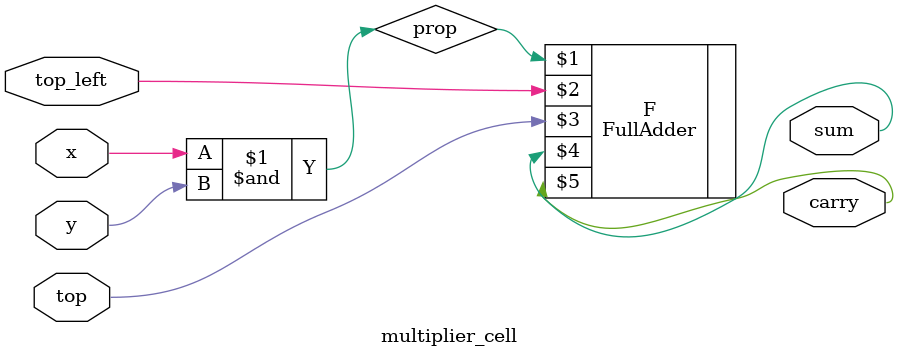
<source format=v>
`timescale 1ns / 1ps


module multiplier_cell(
    x,y,top_left,top,sum,carry
    );
    input x,y,top_left,top;
    output sum,carry;
    wire prop;
    and a1(prop, x, y);
    FullAdder F(prop, top_left, top, sum, carry);
endmodule

</source>
